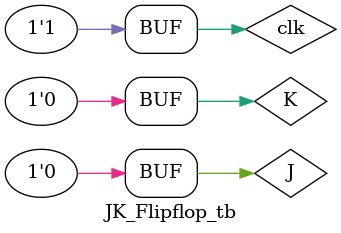
<source format=v>
module JK_Flipflop (
    input clk,
    input J,
    input K,
    output reg Q
);
    always @(posedge clk)
        case ({
            J, K
        })
            2'b00: Q <= Q;
            2'b01: Q <= 1'b0;
            2'b10: Q <= 1'b1;
            2'b11: Q <= ~Q;
        endcase
endmodule



module JK_Flipflop_tb;
    reg J, K, clk;
    wire Q;
    JK_Flipflop JK_Flipflop_0 (
        .clk(clk),
        .J  (J),
        .K  (K),
        .Q  (Q)
    );

    initial begin
        #10 begin // set
            clk = 0;
            J   = 1;
            K   = 0;
            #20 clk = 1;
        end
        #10 begin
            clk = 0;
            J   = 0;
            K   = 0;
            #20 clk = 1;
        end

        #10 begin // reset
            clk = 0;
            J   = 0;
            K   = 1;
            #20 clk = 1;
        end
        #10 begin
            clk = 0;
            J   = 0;
            K   = 0;
            #20 clk = 1;
        end

        #10 begin // toggle
            clk = 0;
            J   = 1;
            K   = 1;
            #20 clk = 1;
        end
        #10 begin
            clk = 0;
            J   = 0;
            K   = 0;
            #20 clk = 1;
        end

        #10 begin // toggle
            clk = 0;
            J   = 1;
            K   = 1;
            #20 clk = 1;
        end
        #10 begin
            clk = 0;
            J   = 0;
            K   = 0;
            #20 clk = 1;
        end

        #10 begin
        end
    end

    initial begin
        $dumpfile("wave.vcd");
        $dumpvars;
    end
endmodule

</source>
